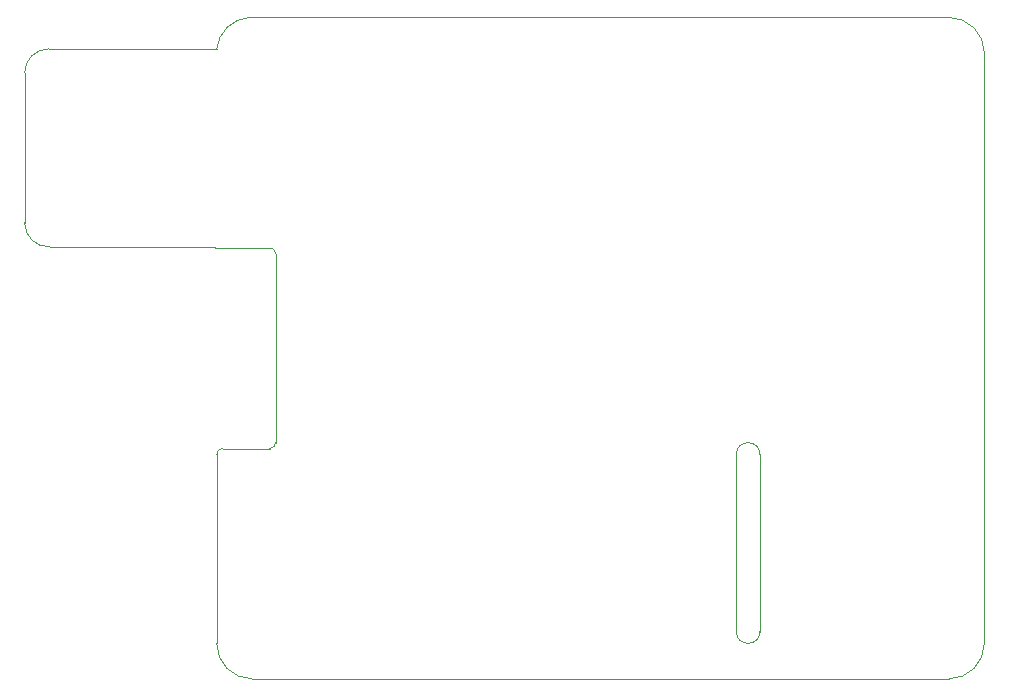
<source format=gbr>
%TF.GenerationSoftware,KiCad,Pcbnew,5.1.5+dfsg1-2build2*%
%TF.CreationDate,2021-09-07T02:56:07-04:00*%
%TF.ProjectId,rasp_heltec_lora_hat,72617370-5f68-4656-9c74-65635f6c6f72,rev?*%
%TF.SameCoordinates,PXbebc200PY8f0d180*%
%TF.FileFunction,Profile,NP*%
%FSLAX46Y46*%
G04 Gerber Fmt 4.6, Leading zero omitted, Abs format (unit mm)*
G04 Created by KiCad (PCBNEW 5.1.5+dfsg1-2build2) date 2021-09-07 02:56:07*
%MOMM*%
%LPD*%
G04 APERTURE LIST*
%TA.AperFunction,Profile*%
%ADD10C,0.100000*%
%TD*%
G04 APERTURE END LIST*
D10*
X-190000Y36578171D02*
X-40000Y36500000D01*
X-14130098Y36578171D02*
X-190000Y36578171D01*
X-14130098Y36578171D02*
G75*
G02X-16256000Y38608000I-93902J2029829D01*
G01*
X-16256000Y51308000D02*
G75*
G02X-14224000Y53340000I2032000J0D01*
G01*
X-40000Y36500000D02*
X500000Y36500000D01*
X-16256000Y51308000D02*
X-16256000Y38608000D01*
X0Y53340000D02*
X-14224000Y53340000D01*
X44000000Y4000000D02*
X44000000Y19000000D01*
X46000000Y19000000D02*
X46000000Y4000000D01*
X46000000Y19000000D02*
G75*
G03X44000000Y19000000I-1000000J0D01*
G01*
X44000000Y4000000D02*
G75*
G03X46000000Y4000000I1000000J0D01*
G01*
X499127Y19499999D02*
G75*
G03X0Y19000000I873J-499999D01*
G01*
X4500000Y19500000D02*
G75*
G03X5000000Y20000000I0J500000D01*
G01*
X5000000Y36000000D02*
G75*
G03X4500000Y36500000I-500000J0D01*
G01*
X65000000Y53000000D02*
G75*
G03X62000000Y56000000I-3000000J0D01*
G01*
X62000000Y0D02*
G75*
G03X65000000Y3000000I0J3000000D01*
G01*
X0Y3000000D02*
G75*
G03X3000000Y0I3000000J0D01*
G01*
X2794452Y56012200D02*
G75*
G03X0Y53340000I205548J-3012200D01*
G01*
X62000000Y56000000D02*
X2794452Y56012200D01*
X4500000Y19500000D02*
X500000Y19500000D01*
X5000000Y36000000D02*
X5000000Y20000000D01*
X500000Y36500000D02*
X4500000Y36500000D01*
X65000000Y3000000D02*
X65000000Y53000000D01*
X3000000Y0D02*
X62000000Y0D01*
X0Y19000000D02*
X0Y3000000D01*
M02*

</source>
